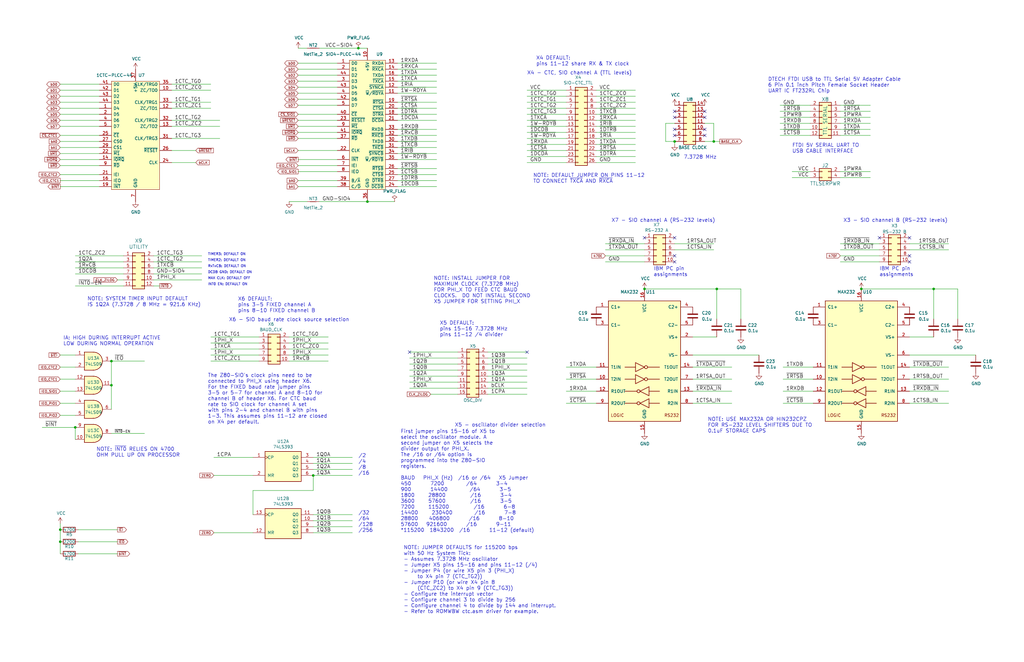
<source format=kicad_sch>
(kicad_sch (version 20211123) (generator eeschema)
  (paper "B")
  (junction (at 25.4 228.6))
  (junction (at 302.26 121.92))
  (junction (at 25.4 223.52))
  (junction (at 46.99 162.56))
  (junction (at 132.08 200.66))
  (junction (at 284.48 59.69))
  (junction (at 393.7 121.92))
  (junction (at 271.78 121.92))
  (junction (at 363.22 121.92))
  (junction (at 154.94 85.09))
  (junction (at 151.13 20.32))
  (junction (at 46.99 152.4))
  (junction (at 300.99 59.69))
  (junction (at 31.75 180.34))
  (no_connect (at 370.84 100.33))
  (no_connect (at 284.48 57.15))
  (no_connect (at 222.25 148.59))
  (no_connect (at 284.48 46.99))
  (no_connect (at 383.54 110.49))
  (no_connect (at 284.48 107.95))
  (no_connect (at 383.54 100.33))
  (no_connect (at 284.48 54.61))
  (no_connect (at 297.18 46.99))
  (no_connect (at 297.18 49.53))
  (no_connect (at 284.48 49.53))
  (no_connect (at 284.48 100.33))
  (no_connect (at 383.54 107.95))
  (no_connect (at 297.18 54.61))
  (no_connect (at 271.78 100.33))
  (no_connect (at 297.18 57.15))
  (no_connect (at 284.48 110.49))
  (no_connect (at 172.72 148.59))
  (wire (pts (xy 88.9 142.24) (xy 109.22 142.24)))
  (wire (pts (xy 222.25 63.5) (xy 238.76 63.5)))
  (wire (pts (xy 354.33 72.39) (xy 367.03 72.39)))
  (wire (pts (xy 354.33 54.61) (xy 367.03 54.61)))
  (wire (pts (xy 25.4 78.74) (xy 41.91 78.74)))
  (wire (pts (xy 251.46 43.18) (xy 267.97 43.18)))
  (wire (pts (xy 72.39 43.18) (xy 88.9 43.18)))
  (wire (pts (xy 132.08 207.01) (xy 132.08 200.66)))
  (wire (pts (xy 167.64 34.29) (xy 184.15 34.29)))
  (wire (pts (xy 125.73 72.39) (xy 142.24 72.39)))
  (wire (pts (xy 328.93 44.45) (xy 341.63 44.45)))
  (wire (pts (xy 125.73 69.85) (xy 142.24 69.85)))
  (wire (pts (xy 64.77 113.03) (xy 85.09 113.03)))
  (wire (pts (xy 167.64 26.67) (xy 184.15 26.67)))
  (wire (pts (xy 25.4 45.72) (xy 41.91 45.72)))
  (wire (pts (xy 330.2 160.02) (xy 342.9 160.02)))
  (wire (pts (xy 25.4 160.02) (xy 31.75 160.02)))
  (wire (pts (xy 393.7 121.92) (xy 403.86 121.92)))
  (wire (pts (xy 72.39 58.42) (xy 92.71 58.42)))
  (wire (pts (xy 125.73 63.5) (xy 142.24 63.5)))
  (wire (pts (xy 88.9 152.4) (xy 109.22 152.4)))
  (wire (pts (xy 125.73 31.75) (xy 142.24 31.75)))
  (wire (pts (xy 25.4 59.69) (xy 41.91 59.69)))
  (wire (pts (xy 251.46 45.72) (xy 267.97 45.72)))
  (wire (pts (xy 251.46 63.5) (xy 267.97 63.5)))
  (wire (pts (xy 167.64 31.75) (xy 184.15 31.75)))
  (wire (pts (xy 64.77 110.49) (xy 85.09 110.49)))
  (wire (pts (xy 167.64 67.31) (xy 184.15 67.31)))
  (wire (pts (xy 25.4 64.77) (xy 41.91 64.77)))
  (wire (pts (xy 251.46 66.04) (xy 267.97 66.04)))
  (wire (pts (xy 251.46 68.58) (xy 267.97 68.58)))
  (wire (pts (xy 25.4 228.6) (xy 25.4 233.68)))
  (wire (pts (xy 222.25 48.26) (xy 238.76 48.26)))
  (wire (pts (xy 125.73 36.83) (xy 142.24 36.83)))
  (wire (pts (xy 25.4 170.18) (xy 31.75 170.18)))
  (wire (pts (xy 383.54 149.86) (xy 411.48 149.86)))
  (wire (pts (xy 167.64 54.61) (xy 184.15 54.61)))
  (wire (pts (xy 238.76 160.02) (xy 251.46 160.02)))
  (wire (pts (xy 125.73 26.67) (xy 142.24 26.67)))
  (wire (pts (xy 132.08 193.04) (xy 148.59 193.04)))
  (wire (pts (xy 302.26 121.92) (xy 312.42 121.92)))
  (wire (pts (xy 151.13 20.32) (xy 134.62 20.32)))
  (wire (pts (xy 125.73 48.26) (xy 142.24 48.26)))
  (wire (pts (xy 88.9 147.32) (xy 109.22 147.32)))
  (wire (pts (xy 300.99 52.07) (xy 300.99 59.69)))
  (wire (pts (xy 167.64 45.72) (xy 184.15 45.72)))
  (wire (pts (xy 222.25 68.58) (xy 238.76 68.58)))
  (wire (pts (xy 132.08 222.25) (xy 148.59 222.25)))
  (wire (pts (xy 125.73 76.2) (xy 142.24 76.2)))
  (wire (pts (xy 167.64 48.26) (xy 184.15 48.26)))
  (wire (pts (xy 300.99 52.07) (xy 297.18 52.07)))
  (wire (pts (xy 400.05 160.02) (xy 383.54 160.02)))
  (wire (pts (xy 172.72 163.83) (xy 193.04 163.83)))
  (wire (pts (xy 25.4 50.8) (xy 41.91 50.8)))
  (wire (pts (xy 330.2 170.18) (xy 342.9 170.18)))
  (wire (pts (xy 64.77 107.95) (xy 85.09 107.95)))
  (wire (pts (xy 72.39 63.5) (xy 82.55 63.5)))
  (wire (pts (xy 25.4 40.64) (xy 41.91 40.64)))
  (wire (pts (xy 393.7 134.62) (xy 393.7 121.92)))
  (wire (pts (xy 284.48 60.96) (xy 284.48 59.69)))
  (wire (pts (xy 17.78 180.34) (xy 31.75 180.34)))
  (wire (pts (xy 308.61 170.18) (xy 292.1 170.18)))
  (wire (pts (xy 400.05 165.1) (xy 383.54 165.1)))
  (wire (pts (xy 31.75 107.95) (xy 52.07 107.95)))
  (wire (pts (xy 172.72 151.13) (xy 193.04 151.13)))
  (wire (pts (xy 354.33 52.07) (xy 367.03 52.07)))
  (wire (pts (xy 90.17 200.66) (xy 106.68 200.66)))
  (wire (pts (xy 72.39 38.1) (xy 88.9 38.1)))
  (wire (pts (xy 125.73 58.42) (xy 142.24 58.42)))
  (wire (pts (xy 64.77 115.57) (xy 85.09 115.57)))
  (wire (pts (xy 167.64 73.66) (xy 184.15 73.66)))
  (wire (pts (xy 125.73 50.8) (xy 142.24 50.8)))
  (wire (pts (xy 251.46 53.34) (xy 267.97 53.34)))
  (wire (pts (xy 31.75 120.65) (xy 52.07 120.65)))
  (wire (pts (xy 49.53 118.11) (xy 52.07 118.11)))
  (wire (pts (xy 125.73 53.34) (xy 142.24 53.34)))
  (wire (pts (xy 222.25 38.1) (xy 238.76 38.1)))
  (wire (pts (xy 251.46 40.64) (xy 267.97 40.64)))
  (wire (pts (xy 25.4 223.52) (xy 25.4 228.6)))
  (wire (pts (xy 308.61 160.02) (xy 292.1 160.02)))
  (wire (pts (xy 90.17 193.04) (xy 106.68 193.04)))
  (wire (pts (xy 354.33 46.99) (xy 367.03 46.99)))
  (wire (pts (xy 238.76 154.94) (xy 251.46 154.94)))
  (wire (pts (xy 302.26 134.62) (xy 302.26 121.92)))
  (wire (pts (xy 121.92 152.4) (xy 138.43 152.4)))
  (wire (pts (xy 280.67 59.69) (xy 284.48 59.69)))
  (wire (pts (xy 132.08 224.79) (xy 148.59 224.79)))
  (wire (pts (xy 255.27 105.41) (xy 271.78 105.41)))
  (wire (pts (xy 330.2 154.94) (xy 342.9 154.94)))
  (wire (pts (xy 121.92 149.86) (xy 138.43 149.86)))
  (wire (pts (xy 222.25 43.18) (xy 238.76 43.18)))
  (wire (pts (xy 300.99 102.87) (xy 284.48 102.87)))
  (wire (pts (xy 25.4 38.1) (xy 41.91 38.1)))
  (wire (pts (xy 251.46 50.8) (xy 267.97 50.8)))
  (wire (pts (xy 222.25 55.88) (xy 238.76 55.88)))
  (wire (pts (xy 328.93 52.07) (xy 341.63 52.07)))
  (wire (pts (xy 354.33 49.53) (xy 367.03 49.53)))
  (wire (pts (xy 251.46 55.88) (xy 267.97 55.88)))
  (wire (pts (xy 205.74 161.29) (xy 222.25 161.29)))
  (wire (pts (xy 25.4 69.85) (xy 41.91 69.85)))
  (wire (pts (xy 125.73 20.32) (xy 129.54 20.32)))
  (wire (pts (xy 205.74 156.21) (xy 222.25 156.21)))
  (wire (pts (xy 25.4 48.26) (xy 41.91 48.26)))
  (wire (pts (xy 255.27 110.49) (xy 271.78 110.49)))
  (wire (pts (xy 341.63 72.39) (xy 334.01 72.39)))
  (wire (pts (xy 400.05 154.94) (xy 383.54 154.94)))
  (wire (pts (xy 25.4 154.94) (xy 31.75 154.94)))
  (wire (pts (xy 367.03 74.93) (xy 354.33 74.93)))
  (wire (pts (xy 167.64 59.69) (xy 184.15 59.69)))
  (wire (pts (xy 292.1 142.24) (xy 302.26 142.24)))
  (wire (pts (xy 292.1 149.86) (xy 320.04 149.86)))
  (wire (pts (xy 132.08 195.58) (xy 148.59 195.58)))
  (wire (pts (xy 205.74 148.59) (xy 222.25 148.59)))
  (wire (pts (xy 167.64 76.2) (xy 184.15 76.2)))
  (wire (pts (xy 354.33 110.49) (xy 370.84 110.49)))
  (wire (pts (xy 154.94 85.09) (xy 166.37 85.09)))
  (wire (pts (xy 251.46 58.42) (xy 267.97 58.42)))
  (wire (pts (xy 31.75 149.86) (xy 25.4 149.86)))
  (wire (pts (xy 25.4 35.56) (xy 41.91 35.56)))
  (wire (pts (xy 125.73 78.74) (xy 142.24 78.74)))
  (wire (pts (xy 154.94 20.32) (xy 151.13 20.32)))
  (wire (pts (xy 403.86 121.92) (xy 403.86 134.62)))
  (wire (pts (xy 31.75 113.03) (xy 52.07 113.03)))
  (wire (pts (xy 125.73 67.31) (xy 142.24 67.31)))
  (wire (pts (xy 255.27 102.87) (xy 271.78 102.87)))
  (wire (pts (xy 125.73 34.29) (xy 142.24 34.29)))
  (wire (pts (xy 205.74 166.37) (xy 222.25 166.37)))
  (wire (pts (xy 312.42 121.92) (xy 312.42 134.62)))
  (wire (pts (xy 393.7 121.92) (xy 363.22 121.92)))
  (wire (pts (xy 33.02 223.52) (xy 49.53 223.52)))
  (wire (pts (xy 205.74 153.67) (xy 222.25 153.67)))
  (wire (pts (xy 172.72 153.67) (xy 193.04 153.67)))
  (wire (pts (xy 280.67 52.07) (xy 280.67 59.69)))
  (wire (pts (xy 25.4 53.34) (xy 41.91 53.34)))
  (wire (pts (xy 370.84 102.87) (xy 354.33 102.87)))
  (wire (pts (xy 300.99 59.69) (xy 303.53 59.69)))
  (wire (pts (xy 167.64 57.15) (xy 184.15 57.15)))
  (wire (pts (xy 222.25 163.83) (xy 205.74 163.83)))
  (wire (pts (xy 121.92 147.32) (xy 138.43 147.32)))
  (wire (pts (xy 222.25 58.42) (xy 238.76 58.42)))
  (wire (pts (xy 172.72 158.75) (xy 193.04 158.75)))
  (wire (pts (xy 370.84 105.41) (xy 354.33 105.41)))
  (wire (pts (xy 72.39 50.8) (xy 92.71 50.8)))
  (wire (pts (xy 72.39 35.56) (xy 88.9 35.56)))
  (wire (pts (xy 205.74 151.13) (xy 222.25 151.13)))
  (wire (pts (xy 121.92 144.78) (xy 138.43 144.78)))
  (wire (pts (xy 25.4 73.66) (xy 41.91 73.66)))
  (wire (pts (xy 383.54 142.24) (xy 393.7 142.24)))
  (wire (pts (xy 132.08 198.12) (xy 148.59 198.12)))
  (wire (pts (xy 125.73 29.21) (xy 142.24 29.21)))
  (wire (pts (xy 400.05 105.41) (xy 383.54 105.41)))
  (wire (pts (xy 33.02 228.6) (xy 49.53 228.6)))
  (wire (pts (xy 90.17 224.79) (xy 106.68 224.79)))
  (wire (pts (xy 25.4 57.15) (xy 41.91 57.15)))
  (wire (pts (xy 132.08 200.66) (xy 148.59 200.66)))
  (wire (pts (xy 167.64 78.74) (xy 184.15 78.74)))
  (wire (pts (xy 25.4 67.31) (xy 41.91 67.31)))
  (wire (pts (xy 167.64 64.77) (xy 184.15 64.77)))
  (wire (pts (xy 33.02 233.68) (xy 49.53 233.68)))
  (wire (pts (xy 132.08 219.71) (xy 148.59 219.71)))
  (wire (pts (xy 400.05 170.18) (xy 383.54 170.18)))
  (wire (pts (xy 167.64 62.23) (xy 184.15 62.23)))
  (wire (pts (xy 297.18 59.69) (xy 300.99 59.69)))
  (wire (pts (xy 46.99 162.56) (xy 46.99 172.72)))
  (wire (pts (xy 328.93 57.15) (xy 341.63 57.15)))
  (wire (pts (xy 308.61 154.94) (xy 292.1 154.94)))
  (wire (pts (xy 238.76 165.1) (xy 251.46 165.1)))
  (wire (pts (xy 334.01 74.93) (xy 341.63 74.93)))
  (wire (pts (xy 46.99 152.4) (xy 46.99 162.56)))
  (wire (pts (xy 222.25 40.64) (xy 238.76 40.64)))
  (wire (pts (xy 167.64 50.8) (xy 184.15 50.8)))
  (wire (pts (xy 25.4 175.26) (xy 31.75 175.26)))
  (wire (pts (xy 238.76 170.18) (xy 251.46 170.18)))
  (wire (pts (xy 367.03 44.45) (xy 354.33 44.45)))
  (wire (pts (xy 222.25 60.96) (xy 238.76 60.96)))
  (wire (pts (xy 25.4 76.2) (xy 41.91 76.2)))
  (wire (pts (xy 132.08 217.17) (xy 148.59 217.17)))
  (wire (pts (xy 302.26 121.92) (xy 271.78 121.92)))
  (wire (pts (xy 328.93 46.99) (xy 341.63 46.99)))
  (wire (pts (xy 251.46 38.1) (xy 267.97 38.1)))
  (wire (pts (xy 88.9 149.86) (xy 109.22 149.86)))
  (wire (pts (xy 205.74 158.75) (xy 222.25 158.75)))
  (wire (pts (xy 341.63 49.53) (xy 328.93 49.53)))
  (wire (pts (xy 167.64 29.21) (xy 184.15 29.21)))
  (wire (pts (xy 125.73 55.88) (xy 142.24 55.88)))
  (wire (pts (xy 25.4 165.1) (xy 31.75 165.1)))
  (wire (pts (xy 251.46 60.96) (xy 267.97 60.96)))
  (wire (pts (xy 330.2 165.1) (xy 342.9 165.1)))
  (wire (pts (xy 125.73 39.37) (xy 142.24 39.37)))
  (wire (pts (xy 31.75 110.49) (xy 52.07 110.49)))
  (wire (pts (xy 121.92 142.24) (xy 138.43 142.24)))
  (wire (pts (xy 25.4 220.98) (xy 25.4 223.52)))
  (wire (pts (xy 132.08 207.01) (xy 106.68 207.01)))
  (wire (pts (xy 31.75 115.57) (xy 52.07 115.57)))
  (wire (pts (xy 193.04 166.37) (xy 181.61 166.37)))
  (wire (pts (xy 167.64 39.37) (xy 184.15 39.37)))
  (wire (pts (xy 354.33 57.15) (xy 367.03 57.15)))
  (wire (pts (xy 121.92 85.09) (xy 129.54 85.09)))
  (wire (pts (xy 172.72 161.29) (xy 193.04 161.29)))
  (wire (pts (xy 64.77 118.11) (xy 85.09 118.11)))
  (wire (pts (xy 328.93 54.61) (xy 341.63 54.61)))
  (wire (pts (xy 125.73 44.45) (xy 142.24 44.45)))
  (wire (pts (xy 125.73 41.91) (xy 142.24 41.91)))
  (wire (pts (xy 25.4 43.18) (xy 41.91 43.18)))
  (wire (pts (xy 72.39 53.34) (xy 92.71 53.34)))
  (wire (pts (xy 72.39 45.72) (xy 88.9 45.72)))
  (wire (pts (xy 88.9 144.78) (xy 109.22 144.78)))
  (wire (pts (xy 300.99 105.41) (xy 284.48 105.41)))
  (wire (pts (xy 284.48 52.07) (xy 280.67 52.07)))
  (wire (pts (xy 308.61 165.1) (xy 292.1 165.1)))
  (wire (pts (xy 172.72 148.59) (xy 193.04 148.59)))
  (wire (pts (xy 400.05 102.87) (xy 383.54 102.87)))
  (wire (pts (xy 64.77 120.65) (xy 67.31 120.65)))
  (wire (pts (xy 354.33 107.95) (xy 370.84 107.95)))
  (wire (pts (xy 222.25 50.8) (xy 238.76 50.8)))
  (wire (pts (xy 222.25 53.34) (xy 238.76 53.34)))
  (wire (pts (xy 167.64 36.83) (xy 184.15 36.83)))
  (wire (pts (xy 167.64 71.12) (xy 184.15 71.12)))
  (wire (pts (xy 31.75 180.34) (xy 31.75 185.42)))
  (wire (pts (xy 251.46 48.26) (xy 267.97 48.26)))
  (wire (pts (xy 46.99 152.4) (xy 60.96 152.4)))
  (wire (pts (xy 106.68 207.01) (xy 106.68 217.17)))
  (wire (pts (xy 46.99 182.88) (xy 60.96 182.88)))
  (wire (pts (xy 72.39 68.58) (xy 82.55 68.58)))
  (wire (pts (xy 222.25 45.72) (xy 238.76 45.72)))
  (wire (pts (xy 134.62 85.09) (xy 154.94 85.09)))
  (wire (pts (xy 25.4 62.23) (xy 41.91 62.23)))
  (wire (pts (xy 172.72 156.21) (xy 193.04 156.21)))
  (wire (pts (xy 167.64 43.18) (xy 184.15 43.18)))
  (wire (pts (xy 222.25 66.04) (xy 238.76 66.04)))
  (wire (pts (xy 255.27 107.95) (xy 271.78 107.95)))
  (text "NOTE: JUMPER DEFAULTS for 115200 bps\nwith 50 Hz System Tick:\n- Assumes 7.3728 MHz oscillator\n- Jumper X5 pins 15-16 and pins 11-12 (/4)\n- Jumper P4 (or wire X5 pin 3 (PHI_X) \n     to X4 pin 7 (CTC_TG2))\n- Jumper P10 (or wire X4 pin 8 \n     (CTC_ZC2) to X4 pin 9 (CTC_TG3))\n- Configure the interrupt vector\n- Configure channel 3 to divide by 256\n- Configure channel 4 to divide by 144 and interrupt.\n- Refer to ROMWBW ctc.asm driver for example." (at 170.18 259.08 0) (effects (font (size 1.524 1.524)) (justify left bottom)))
  (text "X3 - SIO channel B (RS-232 levels)" (at 355.6 93.98 0) (effects (font (size 1.524 1.524)) (justify left bottom)))
  (text "The Z80-SIO's clock pins need to be\nconnected to PHI_X using header X6.\nFor the FIXED baud rate jumper pins\n3-5 or 5-7 for channel A and 8-10 for\nchannel B of header X6. For CTC baud\nrate to SIO clock for channel A set\nwith pins 2-4 and channel B with pins\n1-3. This assumes pins 11-12 are closed\non X4 per default." (at 87.63 179.07 0) (effects (font (size 1.524 1.524)) (justify left bottom)))
  (text "X7 - SIO channel A (RS-232 levels)" (at 257.81 93.98 0) (effects (font (size 1.524 1.524)) (justify left bottom)))
  (text "DTECH FTDI USB to TTL Serial 5V Adapter Cable \n6 Pin 0.1 inch Pitch Female Socket Header \nUART IC FT232RL Chip" (at 323.85 39.37 0) (effects (font (size 1.524 1.524)) (justify left bottom)))
  (text "/32\n/64\n/128\n/256" (at 151.13 224.79 0) (effects (font (size 1.524 1.524)) (justify left bottom)))
  (text "7.3728 MHz" (at 288.29 67.31 0) (effects (font (size 1.524 1.524)) (justify left bottom)))
  (text "TIMER3: DEFAULT ON" (at 87.63 107.95 0) (effects (font (size 1.016 1.016)) (justify left bottom)))
  (text "NOTE: ~{INT0} RELIES ON 4700\nOHM PULL UP ON PROCESSOR" (at 40.64 193.04 0) (effects (font (size 1.524 1.524)) (justify left bottom)))
  (text "MAX CLK: DEFAULT OFF" (at 87.63 118.11 0) (effects (font (size 1.016 1.016)) (justify left bottom)))
  (text "X5 - oscillator divider selection" (at 191.77 180.34 0) (effects (font (size 1.524 1.524)) (justify left bottom)))
  (text "FTDI 5V SERIAL UART TO\nUSB CABLE INTERFACE" (at 334.01 64.77 0) (effects (font (size 1.524 1.524)) (justify left bottom)))
  (text "IBM PC pin\nassignments" (at 275.59 116.84 0) (effects (font (size 1.524 1.524)) (justify left bottom)))
  (text "NOTE: SYSTEM TIMER INPUT DEFAULT\nIS 1Q2A (7.3728 / 8 MHz = 921.6 KHz)" (at 36.83 129.54 0) (effects (font (size 1.524 1.524)) (justify left bottom)))
  (text "IA: HIGH DURING INTERRUPT ACTIVE\nLOW DURING NORMAL OPERATION" (at 26.67 146.05 0) (effects (font (size 1.524 1.524)) (justify left bottom)))
  (text "X5 DEFAULT:\npins 15-16 7.3728 MHz\npins 11-12 /4 divider" (at 185.42 142.24 0) (effects (font (size 1.524 1.524)) (justify left bottom)))
  (text "TIMER2: DEFAULT ON" (at 87.63 110.49 0) (effects (font (size 1.016 1.016)) (justify left bottom)))
  (text "/2\n/4\n/8\n/16" (at 151.13 200.66 0) (effects (font (size 1.524 1.524)) (justify left bottom)))
  (text "First jumper pins 15-16 of X5 to\nselect the oscillator module. A \nsecond jumper on X5 selects the\ndivider output for PHI_X.\nThe /16 or /64 option is \nprogrammed into the Z80-SIO\nregisters.\n\nBAUD   PHI_X (Hz)  /16 or /64   X5 Jumper\n450       7200        /64       3-4\n900       14400        /64       3-5\n1800     28800         /16       3-4\n3600     57600         /16       3-5\n7200     115200         /16       6-8\n14400     230400        /16       7-8\n28800    406800       /16       8-10\n57600   921600       /16       9-11\n*115200  1843200  /16       11-12 (default)" (at 168.91 224.79 0) (effects (font (size 1.524 1.524)) (justify left bottom)))
  (text "DCDB GND: DEFAULT ON" (at 87.63 115.57 0) (effects (font (size 1.016 1.016)) (justify left bottom)))
  (text "NOTE: DEFAULT JUMPER ON PINS 11-12\nTO CONNECT ~{TXCA} AND ~{RXCA}" (at 224.79 77.47 0) (effects (font (size 1.524 1.524)) (justify left bottom)))
  (text "X4 - CTC, SIO channel A (TTL levels)" (at 222.25 31.75 0) (effects (font (size 1.524 1.524)) (justify left bottom)))
  (text "RxTxCB: DEFAULT ON" (at 87.63 113.03 0) (effects (font (size 1.016 1.016)) (justify left bottom)))
  (text "NOTE: USE MAX232A OR HIN232CPZ\nFOR RS-232 LEVEL SHIFTERS DUE TO\n0.1uF STORAGE CAPS" (at 298.45 182.88 0) (effects (font (size 1.524 1.524)) (justify left bottom)))
  (text "NOTE: INSTALL JUMPER FOR\nMAXIMUM CLOCK (7.3728 MHz)\nFOR PHI_X TO FEED CTC BAUD\nCLOCKS.  DO NOT INSTALL SECOND\nX5 JUMPER FOR SETTING PHI_X" (at 182.88 128.27 0) (effects (font (size 1.524 1.524)) (justify left bottom)))
  (text "X6 DEFAULT:\npins 3-5 FIXED channel A\npins 8-10 FIXED channel B" (at 100.33 132.08 0) (effects (font (size 1.524 1.524)) (justify left bottom)))
  (text "INT0 EN: DEFAULT ON" (at 87.63 120.65 0) (effects (font (size 1.016 1.016)) (justify left bottom)))
  (text "IBM PC pin\nassignments" (at 370.84 116.84 0) (effects (font (size 1.524 1.524)) (justify left bottom)))
  (text "X6 - SIO baud rate clock source selection" (at 96.52 135.89 0) (effects (font (size 1.524 1.524)) (justify left bottom)))
  (text "X4 DEFAULT:\npins 11-12 share RX & TX clock" (at 226.06 27.94 0) (effects (font (size 1.524 1.524)) (justify left bottom)))
  (label "1PHI_X" (at 123.19 149.86 0) (effects (font (size 1.524 1.524))))
  (label "1TXDA" (at 240.03 154.94 0) (effects (font (size 1.524 1.524))))
  (label "1PWRA" (at 355.6 72.39 0) (effects (font (size 1.524 1.524))))
  (label "1CTC_TG1" (at 73.66 43.18 0) (effects (font (size 1.524 1.524))))
  (label "~{1DCDA}" (at 168.91 50.8 0) (effects (font (size 1.524 1.524))))
  (label "1CTC_TG2" (at 66.04 110.49 0) (effects (font (size 1.524 1.524))))
  (label "~{1RTSA}" (at 355.6 46.99 0) (effects (font (size 1.524 1.524))))
  (label "1CTC_TG3" (at 73.66 58.42 0) (effects (font (size 1.524 1.524))))
  (label "~{1RXDA_IN}" (at 256.54 102.87 0) (effects (font (size 1.524 1.524))))
  (label "1CTC_ZC2" (at 33.02 107.95 0) (effects (font (size 1.524 1.524))))
  (label "1Q2A" (at 133.35 198.12 0) (effects (font (size 1.524 1.524))))
  (label "1PWRB" (at 355.6 74.93 0) (effects (font (size 1.524 1.524))))
  (label "1Q1B" (at 133.35 219.71 0) (effects (font (size 1.524 1.524))))
  (label "1Q3A" (at 133.35 200.66 0) (effects (font (size 1.524 1.524))))
  (label "~{1DCDB}" (at 168.91 78.74 0) (effects (font (size 1.524 1.524))))
  (label "1PHI_X" (at 207.01 156.21 0) (effects (font (size 1.524 1.524))))
  (label "1RTSA_OUT" (at 289.56 102.87 0) (effects (font (size 1.524 1.524))))
  (label "1CTC_ZC1" (at 90.17 152.4 0) (effects (font (size 1.524 1.524))))
  (label "1CTC_TG1" (at 90.17 142.24 0) (effects (font (size 1.524 1.524))))
  (label "1Q3B" (at 207.01 151.13 0) (effects (font (size 1.524 1.524))))
  (label "1RTSA_OUT" (at 293.37 160.02 0) (effects (font (size 1.524 1.524))))
  (label "~{1CTSA}" (at 168.91 45.72 0) (effects (font (size 1.524 1.524))))
  (label "~{1CTSB}" (at 168.91 73.66 0) (effects (font (size 1.524 1.524))))
  (label "1TXDA" (at 355.6 54.61 0) (effects (font (size 1.524 1.524))))
  (label "~{1RXDA_IN}" (at 293.37 165.1 0) (effects (font (size 1.524 1.524))))
  (label "1Q1A" (at 207.01 161.29 0) (effects (font (size 1.524 1.524))))
  (label "1Q3A" (at 207.01 158.75 0) (effects (font (size 1.524 1.524))))
  (label "1Q1B" (at 207.01 153.67 0) (effects (font (size 1.524 1.524))))
  (label "~{1CTSA}" (at 223.52 63.5 0) (effects (font (size 1.524 1.524))))
  (label "1CTC_ZC2" (at 73.66 53.34 0) (effects (font (size 1.524 1.524))))
  (label "~{1TXCA}" (at 223.52 50.8 0) (effects (font (size 1.524 1.524))))
  (label "~{1DTRA}" (at 168.91 48.26 0) (effects (font (size 1.524 1.524))))
  (label "~{1DCDB}" (at 223.52 55.88 0) (effects (font (size 1.524 1.524))))
  (label "1TXDB" (at 331.47 154.94 0) (effects (font (size 1.524 1.524))))
  (label "~{1RTSA}" (at 252.73 63.5 0) (effects (font (size 1.524 1.524))))
  (label "1CTC_ZC0" (at 73.66 38.1 0) (effects (font (size 1.524 1.524))))
  (label "~{1TXCB}" (at 168.91 62.23 0) (effects (font (size 1.524 1.524))))
  (label "1Q2A" (at 33.02 110.49 0) (effects (font (size 1.524 1.524))))
  (label "~{1RIB}" (at 168.91 64.77 0) (effects (font (size 1.524 1.524))))
  (label "1RTSB_OUT" (at 384.81 160.02 0) (effects (font (size 1.524 1.524))))
  (label "VCC-SIO4" (at 137.16 20.32 0) (effects (font (size 1.524 1.524))))
  (label "1PWRB" (at 330.2 49.53 0) (effects (font (size 1.524 1.524))))
  (label "1PWRA" (at 355.6 49.53 0) (effects (font (size 1.524 1.524))))
  (label "1Q0B" (at 133.35 217.17 0) (effects (font (size 1.524 1.524))))
  (label "1Q2B" (at 173.99 153.67 0) (effects (font (size 1.524 1.524))))
  (label "1CTC_TG0" (at 223.52 40.64 0) (effects (font (size 1.524 1.524))))
  (label "1PHI_X" (at 90.17 144.78 0) (effects (font (size 1.524 1.524))))
  (label "VCC" (at 223.52 38.1 0) (effects (font (size 1.524 1.524))))
  (label "~{1CTSA}" (at 240.03 170.18 0) (effects (font (size 1.524 1.524))))
  (label "VCC" (at 336.55 74.93 0) (effects (font (size 1.524 1.524))))
  (label "1Q0B" (at 173.99 156.21 0) (effects (font (size 1.524 1.524))))
  (label "~{1RIB}" (at 252.73 53.34 0) (effects (font (size 1.524 1.524))))
  (label "GND-SIO4" (at 66.04 115.57 0) (effects (font (size 1.524 1.524))))
  (label "~{1RIA}" (at 168.91 36.83 0) (effects (font (size 1.524 1.524))))
  (label "1CTC_ZC0" (at 252.73 40.64 0) (effects (font (size 1.524 1.524))))
  (label "1Q3B" (at 133.35 224.79 0) (effects (font (size 1.524 1.524))))
  (label "~{1RIA}" (at 252.73 58.42 0) (effects (font (size 1.524 1.524))))
  (label "~{1CTSB}" (at 330.2 57.15 0) (effects (font (size 1.524 1.524))))
  (label "1Q0A" (at 173.99 163.83 0) (effects (font (size 1.524 1.524))))
  (label "~{1DTRB}" (at 168.91 76.2 0) (effects (font (size 1.524 1.524))))
  (label "~{1TXDA_OUT}" (at 293.37 154.94 0) (effects (font (size 1.524 1.524))))
  (label "~{1TXDA_OUT}" (at 256.54 105.41 0) (effects (font (size 1.524 1.524))))
  (label "1CPA" (at 91.44 193.04 0) (effects (font (size 1.524 1.524))))
  (label "1CTSA_IN" (at 293.37 170.18 0) (effects (font (size 1.524 1.524))))
  (label "~{1CTSB}" (at 331.47 170.18 0) (effects (font (size 1.524 1.524))))
  (label "~{1TXDB_OUT}" (at 384.81 154.94 0) (effects (font (size 1.524 1.524))))
  (label "~{1CTSA}" (at 355.6 57.15 0) (effects (font (size 1.524 1.524))))
  (label "1RXDA" (at 168.91 26.67 0) (effects (font (size 1.524 1.524))))
  (label "1RXDA" (at 223.52 60.96 0) (effects (font (size 1.524 1.524))))
  (label "1TXDB" (at 168.91 59.69 0) (effects (font (size 1.524 1.524))))
  (label "GND" (at 256.54 110.49 0) (effects (font (size 1.524 1.524))))
  (label "~{1RTSB}" (at 330.2 46.99 0) (effects (font (size 1.524 1.524))))
  (label "1RTSB_OUT" (at 387.35 102.87 0) (effects (font (size 1.524 1.524))))
  (label "1CTSB_IN" (at 387.35 105.41 0) (effects (font (size 1.524 1.524))))
  (label "1RXDA" (at 355.6 52.07 0) (effects (font (size 1.524 1.524))))
  (label "1TXDA" (at 252.73 60.96 0) (effects (font (size 1.524 1.524))))
  (label "1CTSA_IN" (at 289.56 105.41 0) (effects (font (size 1.524 1.524))))
  (label "~{INT0}-EN" (at 48.26 182.88 0) (effects (font (size 1.016 1.016))))
  (label "1PHI_X" (at 90.17 149.86 0) (effects (font (size 1.524 1.524))))
  (label "~{1TXCB}" (at 66.04 113.03 0) (effects (font (size 1.524 1.524))))
  (label "1RXDB" (at 330.2 52.07 0) (effects (font (size 1.524 1.524))))
  (label "GND-SIO4" (at 135.89 85.09 0) (effects (font (size 1.524 1.524))))
  (label "1CTC_TG2" (at 73.66 50.8 0) (effects (font (size 1.524 1.524))))
  (label "1CTC_TG3" (at 66.04 107.95 0) (effects (font (size 1.524 1.524))))
  (label "GND" (at 252.73 68.58 0) (effects (font (size 1.524 1.524))))
  (label "VCC" (at 252.73 38.1 0) (effects (font (size 1.524 1.524))))
  (label "1CTC_ZC1" (at 252.73 43.18 0) (effects (font (size 1.524 1.524))))
  (label "1CTC_TG0" (at 123.19 142.24 0) (effects (font (size 1.524 1.524))))
  (label "~{1RTSB}" (at 168.91 71.12 0) (effects (font (size 1.524 1.524))))
  (label "~{1W-RDYB}" (at 223.52 53.34 0) (effects (font (size 1.524 1.524))))
  (label "1CTC_ZC0" (at 123.19 147.32 0) (effects (font (size 1.524 1.524))))
  (label "1CTC_ZC2" (at 252.73 45.72 0) (effects (font (size 1.524 1.524))))
  (label "GND" (at 330.2 44.45 0) (effects (font (size 1.524 1.524))))
  (label "~{1W-RDYA}" (at 168.91 39.37 0) (effects (font (size 1.524 1.524))))
  (label "1Q2B" (at 133.35 222.25 0) (effects (font (size 1.524 1.524))))
  (label "~{1RTSA}" (at 168.91 43.18 0) (effects (font (size 1.524 1.524))))
  (label "GND" (at 355.6 110.49 0) (effects (font (size 1.524 1.524))))
  (label "1PHI_X" (at 173.99 151.13 0) (effects (font (size 1.524 1.524))))
  (label "1CTC_TG3" (at 223.52 48.26 0) (effects (font (size 1.524 1.524))))
  (label "1TXDA" (at 168.91 31.75 0) (effects (font (size 1.524 1.524))))
  (label "1PHI_X" (at 66.04 118.11 0) (effects (font (size 1.524 1.524))))
  (label "1CTC_TG0" (at 73.66 35.56 0) (effects (font (size 1.524 1.524))))
  (label "~{1RxCB}" (at 123.19 152.4 0) (effects (font (size 1.524 1.524))))
  (label "~{1W-RDYA}" (at 223.52 58.42 0) (effects (font (size 1.524 1.524))))
  (label "~{1RxCB}" (at 33.02 113.03 0) (effects (font (size 1.524 1.524))))
  (label "1Q2A" (at 173.99 158.75 0) (effects (font (size 1.524 1.524))))
  (label "~{IEO}" (at 48.26 152.4 0) (effects (font (size 1.524 1.524))))
  (label "1CTC_TG1" (at 223.52 43.18 0) (effects (font (size 1.524 1.524))))
  (label "~{1RXDB_IN}" (at 384.81 165.1 0) (effects (font (size 1.524 1.524))))
  (label "1TXDB" (at 330.2 54.61 0) (effects (font (size 1.524 1.524))))
  (label "~{1RXCA}" (at 252.73 50.8 0) (effects (font (size 1.524 1.524))))
  (label "bCLK" (at 207.01 163.83 0) (effects (font (size 1.524 1.524))))
  (label "~{1RXCA}" (at 168.91 29.21 0) (effects (font (size 1.524 1.524))))
  (label "1Q0A" (at 133.35 193.04 0) (effects (font (size 1.524 1.524))))
  (label "~{1RTSA}" (at 240.03 160.02 0) (effects (font (size 1.524 1.524))))
  (label "1RXDA" (at 240.03 165.1 0) (effects (font (size 1.524 1.524))))
  (label "~{INT0}-EN" (at 33.02 120.65 0) (effects (font (size 1.524 1.524))))
  (label "~{bINT}" (at 19.05 180.34 0) (effects (font (size 1.524 1.524))))
  (label "~{1DCDB}" (at 33.02 115.57 0) (effects (font (size 1.524 1.524))))
  (label "~{1RXDB_IN}" (at 355.6 102.87 0) (effects (font (size 1.524 1.524))))
  (label "GND" (at 355.6 44.45 0) (effects (font (size 1.524 1.524))))
  (label "~{1TXCA}" (at 168.91 34.29 0) (effects (font (size 1.524 1.524))))
  (label "1PHI_X" (at 173.99 161.29 0) (effects (font (size 1.524 1.524))))
  (label "GND" (at 223.52 68.58 0) (effects (font (size 1.524 1.524))))
  (label "1CTC_ZC1" (at 73.66 45.72 0) (effects (font (size 1.524 1.524))))
  (label "1CTSB_IN" (at 384.81 170.18 0) (effects (font (size 1.524 1.524))))
  (label "~{1TXDB_OUT}" (at 355.6 105.41 0) (effects (font (size 1.524 1.524))))
  (label "1RXDB" (at 168.91 54.61 0) (effects (font (size 1.524 1.524))))
  (label "~{1RTSB}" (at 331.47 160.02 0) (effects (font (size 1.524 1.524))))
  (label "1CPA" (at 207.01 166.37 0) (effects (font (size 1.524 1.524))))
  (label "~{1DTRA}" (at 252.73 66.04 0) (effects (font (size 1.524 1.524))))
  (label "1Q1A" (at 133.35 195.58 0) (effects (font (size 1.524 1.524))))
  (label "~{1TXCB}" (at 252.73 48.26 0) (effects (font (size 1.524 1.524))))
  (label "~{1RxCB}" (at 168.91 57.15 0) (effects (font (size 1.524 1.524))))
  (label "~{1W-RDYB}" (at 168.91 67.31 0) (effects (font (size 1.524 1.524))))
  (label "~{1TXCA}" (at 90.17 147.32 0) (effects (font (size 1.524 1.524))))
  (label "~{1DCDA}" (at 223.52 66.04 0) (effects (font (size 1.524 1.524))))
  (label "~{1DTRB}" (at 252.73 55.88 0) (effects (font (size 1.524 1.524))))
  (label "1PHI_X" (at 123.19 144.78 0) (effects (font (size 1.524 1.524))))
  (label "1RXDB" (at 331.47 165.1 0) (effects (font (size 1.524 1.524))))
  (label "VCC" (at 336.55 72.39 0) (effects (font (size 1.524 1.524))))
  (label "1CTC_TG2" (at 223.52 45.72 0) (effects (font (size 1.524 1.524))))
  (global_label "bD3" (shape bidirectional) (at 25.4 43.18 180) (effects (font (size 1.016 1.016))) (property "Intersheet References" "${INTERSHEET_REFS}" (effects hide)))
  (global_label "IEO_CTC2" (shape input) (at 25.4 73.66 180) (effects (font (size 1.016 1.016))) (property "Intersheet References" "${INTERSHEET_REFS}" (effects hide)))
  (global_label "bD7" (shape bidirectional) (at 25.4 53.34 180) (effects (font (size 1.016 1.016))) (property "Intersheet References" "${INTERSHEET_REFS}" (effects hide)))
  (global_label "~{bM1}" (shape input) (at 125.73 53.34 180) (effects (font (size 1.016 1.016))) (property "Intersheet References" "${INTERSHEET_REFS}" (effects hide)))
  (global_label "470F" (shape input) (at 354.33 107.95 180) (effects (font (size 1.016 1.016))) (property "Intersheet References" "${INTERSHEET_REFS}" (effects hide)))
  (global_label "bD0" (shape bidirectional) (at 25.4 35.56 180) (effects (font (size 1.016 1.016))) (property "Intersheet References" "${INTERSHEET_REFS}" (effects hide)))
  (global_label "bD2" (shape bidirectional) (at 25.4 40.64 180) (effects (font (size 1.016 1.016))) (property "Intersheet References" "${INTERSHEET_REFS}" (effects hide)))
  (global_label "CLK_ZILOG" (shape input) (at 49.53 118.11 180) (effects (font (size 1.016 1.016))) (property "Intersheet References" "${INTERSHEET_REFS}" (effects hide)))
  (global_label "bD6" (shape bidirectional) (at 25.4 50.8 180) (effects (font (size 1.016 1.016))) (property "Intersheet References" "${INTERSHEET_REFS}" (effects hide)))
  (global_label "~{bIORQ}" (shape input) (at 25.4 67.31 180) (effects (font (size 1.016 1.016))) (property "Intersheet References" "${INTERSHEET_REFS}" (effects hide)))
  (global_label "bA1" (shape input) (at 25.4 62.23 180) (effects (font (size 1.016 1.016))) (property "Intersheet References" "${INTERSHEET_REFS}" (effects hide)))
  (global_label "~{bRD}" (shape input) (at 125.73 58.42 180) (effects (font (size 1.016 1.016))) (property "Intersheet References" "${INTERSHEET_REFS}" (effects hide)))
  (global_label "~{bIORQ}" (shape input) (at 125.73 55.88 180) (effects (font (size 1.016 1.016))) (property "Intersheet References" "${INTERSHEET_REFS}" (effects hide)))
  (global_label "ZERO" (shape input) (at 90.17 200.66 180) (effects (font (size 1.016 1.016))) (property "Intersheet References" "${INTERSHEET_REFS}" (effects hide)))
  (global_label "bD0" (shape bidirectional) (at 125.73 26.67 180) (effects (font (size 1.016 1.016))) (property "Intersheet References" "${INTERSHEET_REFS}" (effects hide)))
  (global_label "~{bINT}" (shape output) (at 49.53 233.68 0) (effects (font (size 1.016 1.016))) (property "Intersheet References" "${INTERSHEET_REFS}" (effects hide)))
  (global_label "bD3" (shape bidirectional) (at 125.73 34.29 180) (effects (font (size 1.016 1.016))) (property "Intersheet References" "${INTERSHEET_REFS}" (effects hide)))
  (global_label "bD6" (shape bidirectional) (at 125.73 41.91 180) (effects (font (size 1.016 1.016))) (property "Intersheet References" "${INTERSHEET_REFS}" (effects hide)))
  (global_label "ZERO" (shape input) (at 90.17 224.79 180) (effects (font (size 1.016 1.016))) (property "Intersheet References" "${INTERSHEET_REFS}" (effects hide)))
  (global_label "~{CS_SIO1}" (shape input) (at 125.73 48.26 180) (effects (font (size 1.016 1.016))) (property "Intersheet References" "${INTERSHEET_REFS}" (effects hide)))
  (global_label "~{bINT}" (shape output) (at 25.4 78.74 180) (effects (font (size 1.016 1.016))) (property "Intersheet References" "${INTERSHEET_REFS}" (effects hide)))
  (global_label "bD4" (shape bidirectional) (at 25.4 45.72 180) (effects (font (size 1.016 1.016))) (property "Intersheet References" "${INTERSHEET_REFS}" (effects hide)))
  (global_label "bD1" (shape bidirectional) (at 125.73 29.21 180) (effects (font (size 1.016 1.016))) (property "Intersheet References" "${INTERSHEET_REFS}" (effects hide)))
  (global_label "~{bRESET}" (shape input) (at 82.55 63.5 0) (effects (font (size 1.016 1.016))) (property "Intersheet References" "${INTERSHEET_REFS}" (effects hide)))
  (global_label "IEO_CTC1" (shape output) (at 25.4 76.2 180) (effects (font (size 1.016 1.016))) (property "Intersheet References" "${INTERSHEET_REFS}" (effects hide)))
  (global_label "~{bINT}" (shape output) (at 125.73 67.31 180) (effects (font (size 1.016 1.016))) (property "Intersheet References" "${INTERSHEET_REFS}" (effects hide)))
  (global_label "IEO_PIO1" (shape input) (at 25.4 170.18 180) (effects (font (size 1.016 1.016))) (property "Intersheet References" "${INTERSHEET_REFS}" (effects hide)))
  (global_label "~{bM1}" (shape input) (at 25.4 64.77 180) (effects (font (size 1.016 1.016))) (property "Intersheet References" "${INTERSHEET_REFS}" (effects hide)))
  (global_label "bD5" (shape bidirectional) (at 125.73 39.37 180) (effects (font (size 1.016 1.016))) (property "Intersheet References" "${INTERSHEET_REFS}" (effects hide)))
  (global_label "~{bRESET}" (shape input) (at 125.73 50.8 180) (effects (font (size 1.016 1.016))) (property "Intersheet References" "${INTERSHEET_REFS}" (effects hide)))
  (global_label "bA0" (shape input) (at 25.4 59.69 180) (effects (font (size 1.016 1.016))) (property "Intersheet References" "${INTERSHEET_REFS}" (effects hide)))
  (global_label "bD2" (shape bidirectional) (at 125.73 31.75 180) (effects (font (size 1.016 1.016))) (property "Intersheet References" "${INTERSHEET_REFS}" (effects hide)))
  (global_label "bA0" (shape input) (at 125.73 76.2 180) (effects (font (size 1.016 1.016))) (property "Intersheet References" "${INTERSHEET_REFS}" (effects hide)))
  (global_label "bD7" (shape bidirectional) (at 125.73 44.45 180) (effects (font (size 1.016 1.016))) (property "Intersheet References" "${INTERSHEET_REFS}" (effects hide)))
  (global_label "bCLK" (shape input) (at 82.55 68.58 0) (effects (font (size 1.016 1.016))) (property "Intersheet References" "${INTERSHEET_REFS}" (effects hide)))
  (global_label "IEO_CTC1" (shape input) (at 125.73 69.85 180) (effects (font (size 1.016 1.016))) (property "Intersheet References" "${INTERSHEET_REFS}" (effects hide)))
  (global_label "IEO_CTC1" (shape input) (at 25.4 160.02 180) (effects (font (size 1.016 1.016))) (property "Intersheet References" "${INTERSHEET_REFS}" (effects hide)))
  (global_label "~{CS_CTC1}" (shape input) (at 25.4 57.15 180) (effects (font (size 1.016 1.016))) (property "Intersheet References" "${INTERSHEET_REFS}" (effects hide)))
  (global_label "bD1" (shape bidirectional) (at 25.4 38.1 180) (effects (font (size 1.016 1.016))) (property "Intersheet References" "${INTERSHEET_REFS}" (effects hide)))
  (global_label "bD4" (shape bidirectional) (at 125.73 36.83 180) (effects (font (size 1.016 1.016))) (property "Intersheet References" "${INTERSHEET_REFS}" (effects hide)))
  (global_label "BASE_CLK" (shape output) (at 303.53 59.69 0) (effects (font (size 1.016 1.016))) (property "Intersheet References" "${INTERSHEET_REFS}" (effects hide)))
  (global_label "IEO_SIO1" (shape input) (at 25.4 165.1 180) (effects (font (size 1.016 1.016))) (property "Intersheet References" "${INTERSHEET_REFS}" (effects hide)))
  (global_label "bCLK" (shape input) (at 125.73 63.5 180) (effects (font (size 1.016 1.016))) (property "Intersheet References" "${INTERSHEET_REFS}" (effects hide)))
  (global_label "470E" (shape input) (at 255.27 107.95 180) (effects (font (size 1.016 1.016))) (property "Intersheet References" "${INTERSHEET_REFS}" (effects hide)))
  (global_label "~{bIEI}" (shape input) (at 25.4 149.86 180) (effects (font (size 1.016 1.016))) (property "Intersheet References" "${INTERSHEET_REFS}" (effects hide)))
  (global_label "CLK_ZILOG" (shape input) (at 181.61 166.37 180) (effects (font (size 1.016 1.016))) (property "Intersheet References" "${INTERSHEET_REFS}" (effects hide)))
  (global_label "~{IEI}" (shape output) (at 49.53 223.52 0) (effects (font (size 1.016 1.016))) (property "Intersheet References" "${INTERSHEET_REFS}" (effects hide)))
  (global_label "IEO_CTC2" (shape input) (at 25.4 154.94 180) (effects (font (size 1.016 1.016))) (property "Intersheet References" "${INTERSHEET_REFS}" (effects hide)))
  (global_label "~{bRD}" (shape input) (at 25.4 69.85 180) (effects (font (size 1.016 1.016))) (property "Intersheet References" "${INTERSHEET_REFS}" (effects hide)))
  (global_label "bA1" (shape input) (at 125.73 78.74 180) (effects (font (size 1.016 1.016))) (property "Intersheet References" "${INTERSHEET_REFS}" (effects hide)))
  (global_label "~{IEO}" (shape output) (at 49.53 228.6 0) (effects (font (size 1.016 1.016))) (property "Intersheet References" "${INTERSHEET_REFS}" (effects hide)))
  (global_label "IEO_PIO2" (shape input) (at 25.4 175.26 180) (effects (font (size 1.016 1.016))) (property "Intersheet References" "${INTERSHEET_REFS}" (effects hide)))
  (global_label "~{INT0}" (shape output) (at 67.31 120.65 0) (effects (font (size 1.016 1.016))) (property "Intersheet References" "${INTERSHEET_REFS}" (effects hide)))
  (global_label "bD5" (shape bidirectional) (at 25.4 48.26 180) (effects (font (size 1.016 1.016))) (property "Intersheet References" "${INTERSHEET_REFS}" (effects hide)))
  (global_label "IEO_SIO1" (shape output) (at 125.73 72.39 180) (effects (font (size 1.016 1.016))) (property "Intersheet References" "${INTERSHEET_REFS}" (effects hide)))
  (symbol (lib_id "Device:R") (at 29.21 223.52 270) (unit 1)
    (property "Reference" "R5" (at 29.21 225.552 90))
    (property "Value" "4700" (at 29.21 223.52 90))
    (property "Footprint" "Resistor_THT:R_Axial_DIN0207_L6.3mm_D2.5mm_P7.62mm_Horizontal" (effects hide))
  )
  (symbol (lib_id "Device:R") (at 29.21 228.6 270) (unit 1)
    (property "Reference" "R10" (at 29.21 230.632 90))
    (property "Value" "2200" (at 29.21 228.6 90))
    (property "Footprint" "Resistor_THT:R_Axial_DIN0207_L6.3mm_D2.5mm_P7.62mm_Horizontal" (effects hide))
  )
  (symbol (lib_id "Device:R") (at 29.21 233.68 270) (unit 1)
    (property "Reference" "R11" (at 29.21 235.712 90))
    (property "Value" "4700" (at 29.21 233.68 90))
    (property "Footprint" "Resistor_THT:R_Axial_DIN0207_L6.3mm_D2.5mm_P7.62mm_Horizontal" (effects hide))
  )
  (symbol (lib_id "Connector_Generic:Conn_02x06_Odd_Even") (at 349.25 49.53 0) (mirror y) (unit 1)
    (property "Reference" "X8" (at 347.98 41.91 0) (effects (font (size 1.524 1.524))))
    (property "Value" "TTL SERIAL" (at 347.98 50.8 90) (effects (font (size 1.524 1.524))))
    (property "Footprint" "Connector_IDC:IDC-Header_2x06_P2.54mm_Horizontal" (effects hide))
  )
  (symbol (lib_id "power:VCC") (at 297.18 44.45 0) (unit 1)
    (property "Reference" "#PWR0105" (effects hide))
    (property "Value" "VCC" (at 297.561 40.0558 0))
  )
  (symbol (lib_id "Connector_Generic:Conn_02x02_Odd_Even") (at 346.71 72.39 0) (unit 1)
    (property "Reference" "J2" (at 347.98 69.85 0) (effects (font (size 1.524 1.524))))
    (property "Value" "TTLSERPWR" (at 347.98 77.47 0) (effects (font (size 1.524 1.524))))
    (property "Footprint" "Connector_PinHeader_2.54mm:PinHeader_2x02_P2.54mm_Vertical" (effects hide))
  )
  (symbol (lib_id "power:VCC") (at 284.48 44.45 0) (unit 1)
    (property "Reference" "#PWR0110" (effects hide))
    (property "Value" "VCC" (at 284.861 40.0558 0))
  )
  (symbol (lib_id "power:VCC") (at 25.4 220.98 0) (unit 1)
    (property "Reference" "#PWR0106" (effects hide))
    (property "Value" "VCC" (at 25.781 216.5858 0))
  )
  (symbol (lib_id "Zilog_Z80_Peripherals:SIO3-PLCC-44") (at 147.32 25.4 0) (unit 1)
    (property "Reference" "U9" (at 160.02 22.86 0))
    (property "Value" "SIO4-PLCC-44" (at 144.78 22.86 0))
    (property "Footprint" "Package_LCC:PLCC-44_THT-Socket" (effects hide))
    (property "Datasheet" "http://www.zilog.com/docs/z80/ps0183.pdf" (effects hide))
    (property "Description" "Z80 CMOS SIO/3 Z84C43 Zilog" (effects hide))
    (property "Height" "4.06" (effects hide))
    (property "Manufacturer_Name" "Zilog" (effects hide))
    (property "Manufacturer_Part_Number" "Z84C4206PEG" (effects hide))
    (property "Mouser Part Number" "692-Z84C4206PEG" (effects hide))
    (property "Mouser Price/Stock" "https://www.mouser.com/Search/Refine.aspx?Keyword=692-Z84C4206PEG" (effects hide))
    (property "RS Part Number" "6600766" (effects hide))
    (property "RS Price/Stock" "https://uk.rs-online.com/web/p/products/6600766" (effects hide))
    (property "Allied_Number" "R1000052" (effects hide))
    (property "Allied Price/Stock" "https://www.alliedelec.com/zilog-z84c4206peg/R1000052/" (effects hide))
  )
  (symbol (lib_id "power:GND") (at 363.22 182.88 0) (unit 1)
    (property "Reference" "#PWR0129" (effects hide))
    (property "Value" "GND" (at 363.347 187.2742 0))
  )
  (symbol (lib_id "power:VCC") (at 363.22 121.92 0) (unit 1)
    (property "Reference" "#PWR0130" (effects hide))
    (property "Value" "VCC" (at 363.601 117.5258 0))
  )
  (symbol (lib_id "power:VCC") (at 57.15 29.21 0) (unit 1)
    (property "Reference" "#PWR0126" (effects hide))
    (property "Value" "VCC" (at 57.531 24.8158 0))
  )
  (symbol (lib_id "power:PWR_FLAG") (at 151.13 20.32 0) (unit 1)
    (property "Reference" "#FLG0105" (effects hide))
    (property "Value" "PWR_FLAG" (at 151.13 15.9258 0))
  )
  (symbol (lib_id "power:PWR_FLAG") (at 166.37 85.09 0) (unit 1)
    (property "Reference" "#FLG0106" (effects hide))
    (property "Value" "PWR_FLAG" (at 166.37 80.6958 0))
  )
  (symbol (lib_id "power:GND") (at 57.15 85.09 0) (unit 1)
    (property "Reference" "#PWR0127" (effects hide))
    (property "Value" "GND" (at 57.277 89.4842 0))
  )
  (symbol (lib_id "power:GND") (at 121.92 85.09 0) (unit 1)
    (property "Reference" "#PWR0132" (effects hide))
    (property "Value" "GND" (at 122.047 89.4842 0))
  )
  (symbol (lib_id "power:VCC") (at 125.73 20.32 0) (unit 1)
    (property "Reference" "#PWR0131" (effects hide))
    (property "Value" "VCC" (at 126.111 15.9258 0))
  )
  (symbol (lib_id "Zilog_Z80_Peripherals:CTC-PLCC-44") (at 46.99 34.29 0) (unit 1)
    (property "Reference" "U7" (at 59.69 31.75 0))
    (property "Value" "1CTC-PLCC-44" (at 48.26 31.75 0))
    (property "Footprint" "Package_LCC:PLCC-44_THT-Socket" (effects hide))
    (property "Datasheet" "http://www.zilog.com/docs/z80/ps0181.pdf" (effects hide))
    (property "Description" "Z8430 Zilog CTC" (effects hide))
    (property "Height" "5.21" (effects hide))
    (property "Manufacturer_Name" "Zilog" (effects hide))
    (property "Manufacturer_Part_Number" "Z84C3010PEG" (effects hide))
    (property "Mouser Part Number" "692-Z84C3010PEG" (effects hide))
    (property "Mouser Price/Stock" "https://www.mouser.com/Search/Refine.aspx?Keyword=692-Z84C3010PEG" (effects hide))
  )
  (symbol (lib_id "Connector_Generic:Conn_02x05_Odd_Even") (at 114.3 147.32 0) (unit 1)
    (property "Reference" "X6" (at 114.3 136.779 0))
    (property "Value" "BAUD_CLK" (at 114.3 139.0904 0))
    (property "Footprint" "Connector_PinHeader_2.54mm:PinHeader_2x05_P2.54mm_Vertical" (effects hide))
  )
  (symbol (lib_id "74xx:74LS09") (at 39.37 152.4 0) (unit 1)
    (property "Reference" "U13" (at 39.37 151.13 0))
    (property "Value" "74LS09" (at 39.37 153.67 0))
    (property "Footprint" "Package_DIP:DIP-14_W7.62mm" (effects hide))
    (property "Datasheet" "http://www.ti.com/lit/gpn/sn74LS09" (effects hide))
  )
  (symbol (lib_id "74xx:74LS09") (at 39.37 172.72 0) (unit 2)
    (property "Reference" "U13" (at 39.37 171.45 0))
    (property "Value" "74LS09" (at 39.37 173.99 0))
    (property "Footprint" "Package_DIP:DIP-14_W7.62mm" (effects hide))
    (property "Datasheet" "http://www.ti.com/lit/gpn/sn74LS09" (effects hide))
  )
  (symbol (lib_id "74xx:74LS09") (at 39.37 182.88 0) (unit 3)
    (property "Reference" "U13" (at 39.37 181.61 0))
    (property "Value" "74LS09" (at 39.37 184.15 0))
    (property "Footprint" "Package_DIP:DIP-14_W7.62mm" (effects hide))
    (property "Datasheet" "http://www.ti.com/lit/gpn/sn74LS09" (effects hide))
  )
  (symbol (lib_id "74xx:74LS09") (at 39.37 162.56 0) (unit 4)
    (property "Reference" "U13" (at 39.37 161.29 0))
    (property "Value" "74LS09" (at 39.37 163.83 0))
    (property "Footprint" "Package_DIP:DIP-14_W7.62mm" (effects hide))
    (property "Datasheet" "http://www.ti.com/lit/gpn/sn74LS09" (effects hide))
  )
  (symbol (lib_id "Connector_Generic:Conn_02x05_Odd_Even") (at 375.92 105.41 0) (unit 1)
    (property "Reference" "X3" (at 377.19 95.25 0))
    (property "Value" "RS-232 B" (at 377.19 97.79 0))
    (property "Footprint" "Connector_IDC:IDC-Header_2x05_P2.54mm_Horizontal" (effects hide))
  )
  (symbol (lib_id "Connector_Generic:Conn_02x05_Odd_Even") (at 276.86 105.41 0) (unit 1)
    (property "Reference" "X7" (at 276.86 94.869 0))
    (property "Value" "RS-232 A" (at 276.86 97.1804 0))
    (property "Footprint" "Connector_IDC:IDC-Header_2x05_P2.54mm_Horizontal" (effects hide))
  )
  (symbol (lib_id "74xx:74LS393") (at 119.38 195.58 0) (unit 1)
    (property "Reference" "U12" (at 119.38 186.2582 0))
    (property "Value" "74LS393" (at 119.38 188.5696 0))
    (property "Footprint" "Package_DIP:DIP-14_W7.62mm" (effects hide))
    (property "Datasheet" "74xx\\74LS393.pdf" (effects hide))
  )
  (symbol (lib_id "74xx:74LS393") (at 119.38 219.71 0) (unit 2)
    (property "Reference" "U12" (at 119.38 210.3882 0))
    (property "Value" "74LS393" (at 119.38 212.6996 0))
    (property "Footprint" "Package_DIP:DIP-14_W7.62mm" (effects hide))
    (property "Datasheet" "74xx\\74LS393.pdf" (effects hide))
  )
  (symbol (lib_id "Connector_Generic:Conn_02x08_Odd_Even") (at 198.12 156.21 0) (unit 1)
    (property "Reference" "X5" (at 199.39 146.05 0))
    (property "Value" "OSC_DIV" (at 199.39 168.91 0))
    (property "Footprint" "Connector_PinHeader_2.54mm:PinHeader_2x08_P2.54mm_Vertical" (effects hide))
  )
  (symbol (lib_id "Interface_UART:MAX232") (at 271.78 152.4 0) (unit 1)
    (property "Reference" "U11" (at 274.32 123.19 0))
    (property "Value" "MAX232" (at 265.43 123.19 0))
    (property "Footprint" "Package_DIP:DIP-16_W7.62mm" (effects hide))
    (property "Datasheet" "http://www.ti.com/lit/ds/symlink/max232.pdf" (effects hide))
  )
  (symbol (lib_id "Device:C") (at 251.46 133.35 0) (unit 1)
    (property "Reference" "C19" (at 243.84 132.08 0) (effects (justify left)))
    (property "Value" "0.1u" (at 243.84 134.62 0) (effects (justify left)))
    (property "Footprint" "Capacitor_THT:C_Disc_D5.0mm_W2.5mm_P5.00mm" (effects hide))
  )
  (symbol (lib_id "Device:C") (at 292.1 133.35 0) (unit 1)
    (property "Reference" "C20" (at 295.91 132.08 0) (effects (justify left)))
    (property "Value" "0.1u" (at 295.91 134.62 0) (effects (justify left)))
    (property "Footprint" "Capacitor_THT:C_Disc_D5.0mm_W2.5mm_P5.00mm" (effects hide))
  )
  (symbol (lib_id "power:GND") (at 320.04 157.48 0) (unit 1)
    (property "Reference" "#PWR0114" (effects hide))
    (property "Value" "GND" (at 320.167 161.8742 0))
  )
  (symbol (lib_id "power:VCC") (at 271.78 121.92 0) (unit 1)
    (property "Reference" "#PWR0115" (effects hide))
    (property "Value" "VCC" (at 272.161 117.5258 0))
  )
  (symbol (lib_id "Device:C") (at 302.26 138.43 0) (unit 1)
    (property "Reference" "C21" (at 305.181 137.2616 0) (effects (justify left)))
    (property "Value" "0.1u" (at 305.181 139.573 0) (effects (justify left)))
    (property "Footprint" "Capacitor_THT:C_Disc_D5.0mm_W2.5mm_P5.00mm" (effects hide))
  )
  (symbol (lib_id "Device:C") (at 312.42 138.43 0) (unit 1)
    (property "Reference" "C22" (at 315.341 137.2616 0) (effects (justify left)))
    (property "Value" "0.1u" (at 315.341 139.573 0) (effects (justify left)))
    (property "Footprint" "Capacitor_THT:C_Disc_D5.0mm_W2.5mm_P5.00mm" (effects hide))
  )
  (symbol (lib_id "power:GND") (at 312.42 142.24 0) (unit 1)
    (property "Reference" "#PWR0116" (effects hide))
    (property "Value" "GND" (at 312.547 146.6342 0))
  )
  (symbol (lib_id "Device:C") (at 320.04 153.67 0) (unit 1)
    (property "Reference" "C23" (at 322.961 152.5016 0) (effects (justify left)))
    (property "Value" "0.1u" (at 322.961 154.813 0) (effects (justify left)))
    (property "Footprint" "Capacitor_THT:C_Disc_D5.0mm_W2.5mm_P5.00mm" (effects hide))
  )
  (symbol (lib_id "power:GND") (at 271.78 182.88 0) (unit 1)
    (property "Reference" "#PWR0117" (effects hide))
    (property "Value" "GND" (at 271.907 187.2742 0))
  )
  (symbol (lib_id "Interface_UART:MAX232") (at 363.22 152.4 0) (unit 1)
    (property "Reference" "U10" (at 365.76 123.19 0))
    (property "Value" "MAX232" (at 356.87 123.19 0))
    (property "Footprint" "Package_DIP:DIP-16_W7.62mm" (effects hide))
    (property "Datasheet" "http://www.ti.com/lit/ds/symlink/max232.pdf" (effects hide))
  )
  (symbol (lib_id "Device:C") (at 342.9 133.35 0) (unit 1)
    (property "Reference" "C14" (at 335.28 132.08 0) (effects (justify left)))
    (property "Value" "0.1u" (at 335.28 134.62 0) (effects (justify left)))
    (property "Footprint" "Capacitor_THT:C_Disc_D5.0mm_W2.5mm_P5.00mm" (effects hide))
  )
  (symbol (lib_id "Device:C") (at 383.54 133.35 0) (unit 1)
    (property "Reference" "C15" (at 387.35 132.08 0) (effects (justify left)))
    (property "Value" "0.1u" (at 387.35 134.62 0) (effects (justify left)))
    (property "Footprint" "Capacitor_THT:C_Disc_D5.0mm_W2.5mm_P5.00mm" (effects hide))
  )
  (symbol (lib_id "power:GND") (at 411.48 157.48 0) (unit 1)
    (property "Reference" "#PWR0118" (effects hide))
    (property "Value" "GND" (at 411.607 161.8742 0))
  )
  (symbol (lib_id "Device:C") (at 393.7 138.43 0) (unit 1)
    (property "Reference" "C16" (at 396.621 137.2616 0) (effects (justify left)))
    (property "Value" "0.1u" (at 396.621 139.573 0) (effects (justify left)))
    (property "Footprint" "Capacitor_THT:C_Disc_D5.0mm_W2.5mm_P5.00mm" (effects hide))
  )
  (symbol (lib_id "Device:C") (at 403.86 138.43 0) (unit 1)
    (property "Reference" "C17" (at 406.781 137.2616 0) (effects (justify left)))
    (property "Value" "0.1u" (at 406.781 139.573 0) (effects (justify left)))
    (property "Footprint" "Capacitor_THT:C_Disc_D5.0mm_W2.5mm_P5.00mm" (effects hide))
  )
  (symbol (lib_id "power:GND") (at 403.86 142.24 0) (unit 1)
    (property "Reference" "#PWR0120" (effects hide))
    (property "Value" "GND" (at 403.987 146.6342 0))
  )
  (symbol (lib_id "Device:C") (at 411.48 153.67 0) (unit 1)
    (property "Reference" "C18" (at 414.401 152.5016 0) (effects (justify left)))
    (property "Value" "0.1u" (at 414.401 154.813 0) (effects (justify left)))
    (property "Footprint" "Capacitor_THT:C_Disc_D5.0mm_W2.5mm_P5.00mm" (effects hide))
  )
  (symbol (lib_id "power:GND") (at 284.48 60.96 0) (unit 1)
    (property "Reference" "#PWR0121" (effects hide))
    (property "Value" "GND" (at 284.607 65.3542 0))
  )
  (symbol (lib_id "Connector_Generic:Conn_02x07_Counter_Clockwise") (at 289.56 52.07 0) (unit 1)
    (property "Reference" "U8" (at 290.83 41.91 0))
    (property "Value" "BASE CLOCK" (at 292.1 62.23 0))
    (property "Footprint" "Package_DIP:DIP-14_W7.62mm" (effects hide))
  )
  (symbol (lib_id "Connector_Generic:Conn_02x13_Odd_Even") (at 243.84 53.34 0) (unit 1)
    (property "Reference" "X4" (at 243.84 32.639 0))
    (property "Value" "SIO-CTC_TTL" (at 243.84 34.9504 0))
    (property "Footprint" "Connector_PinHeader_2.54mm:PinHeader_2x13_P2.54mm_Vertical" (effects hide))
  )
  (symbol (lib_id "Device:NetTie_2") (at 132.08 85.09 0) (unit 1) (in_bom no)
    (property "Reference" "NT3" (at 132.08 83.82 0))
    (property "Value" "NetTie_2" (at 132.08 87.63 0))
    (property "Footprint" "NetTie:NetTie-2_THT_Pad0.3mm" (effects hide))
  )
  (symbol (lib_id "Connector_Generic:Conn_02x06_Odd_Even") (at 57.15 113.03 0) (unit 1)
    (property "Reference" "X9" (at 58.42 101.6 0) (effects (font (size 1.524 1.524))))
    (property "Value" "UTILITY" (at 58.42 104.14 0) (effects (font (size 1.524 1.524))))
    (property "Footprint" "Connector_PinHeader_2.54mm:PinHeader_2x06_P2.54mm_Vertical" (effects hide))
  )
  (symbol (lib_id "Device:NetTie_2") (at 132.08 20.32 0) (unit 1) (in_bom no)
    (property "Reference" "NT2" (at 132.08 19.05 0))
    (property "Value" "NetTie_2" (at 132.08 22.86 0))
    (property "Footprint" "NetTie:NetTie-2_THT_Pad0.3mm" (effects hide))
  )
)
</source>
